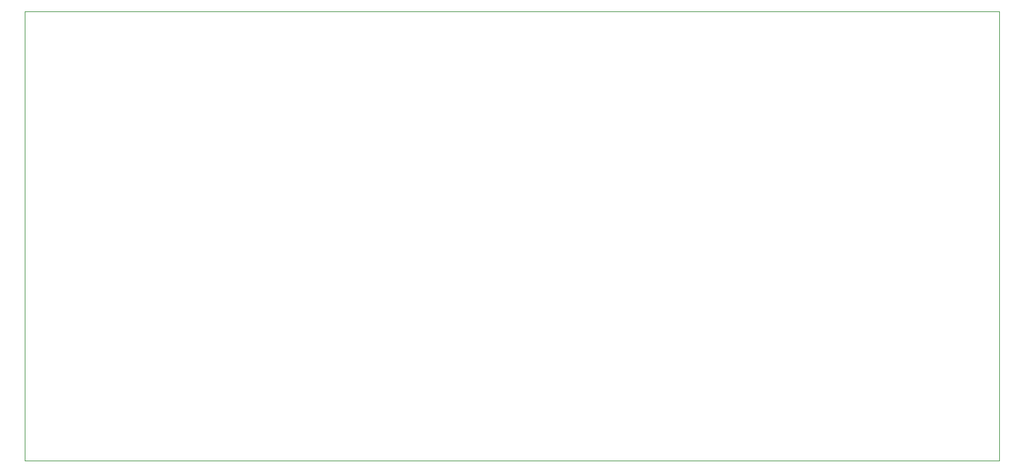
<source format=gbr>
%TF.GenerationSoftware,KiCad,Pcbnew,(5.1.5-0-10_14)*%
%TF.CreationDate,2020-01-28T13:49:23+01:00*%
%TF.ProjectId,multiblade_adapter,6d756c74-6962-46c6-9164-655f61646170,rev?*%
%TF.SameCoordinates,Original*%
%TF.FileFunction,Profile,NP*%
%FSLAX46Y46*%
G04 Gerber Fmt 4.6, Leading zero omitted, Abs format (unit mm)*
G04 Created by KiCad (PCBNEW (5.1.5-0-10_14)) date 2020-01-28 13:49:23*
%MOMM*%
%LPD*%
G04 APERTURE LIST*
%ADD10C,0.100000*%
G04 APERTURE END LIST*
D10*
X150000000Y-100000000D02*
X150000000Y-160000000D01*
X20000000Y-100000000D02*
X20000000Y-160000000D01*
X20000000Y-160000000D02*
X150000000Y-160000000D01*
X20000000Y-100000000D02*
X150000000Y-100000000D01*
M02*

</source>
